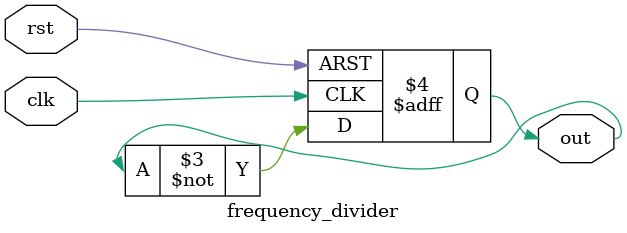
<source format=v>
module frequency_divider(clk,rst,out);
input clk,rst;
output reg out;
always @(posedge clk or negedge rst)
begin
if(!rst) out=1'b0;
else out=~out;
end
endmodule

</source>
